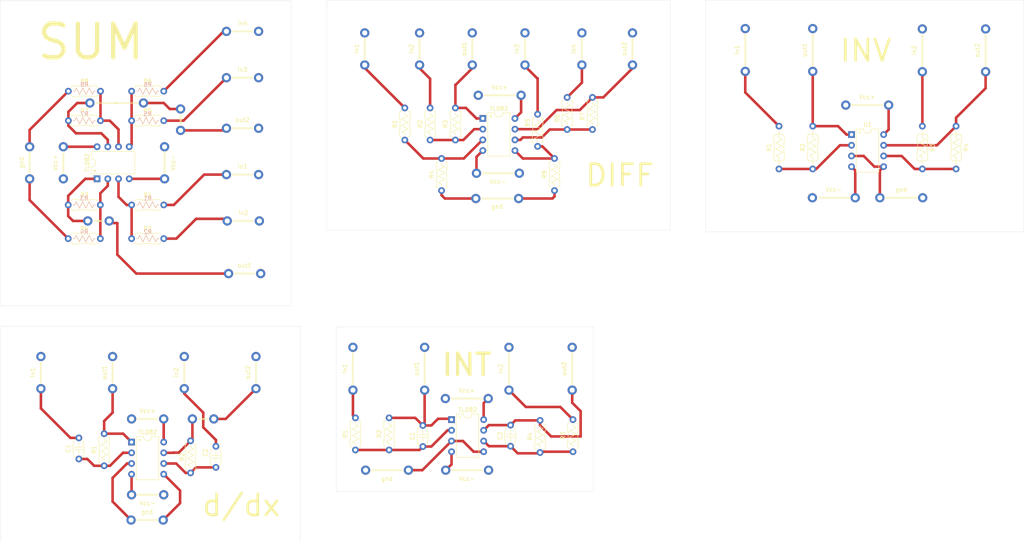
<source format=kicad_pcb>
(kicad_pcb (version 20241229) (generator "pcbnew") (generator_version "9.0")
  (layers (0 "F.Cu" signal) (2 "B.Cu" signal) (13 "F.Paste" user) (15 "B.Paste" user) (5 "F.SilkS" user "F.Silkscreen") (7 "B.SilkS" user "B.Silkscreen") (1 "F.Mask" user) (3 "B.Mask" user) (25 "Edge.Cuts" user))
  (net 0 "")
  (footprint "PCM_Resistor_THT_US_AKL:R_Axial_DIN0207_L6.3mm_D2.5mm_P7.62mm_Horizontal" (layer "F.Cu") (at 147.26 124.47 90)
    (property "Reference" "R4")
    (property "Value" "R_Axial_DIN0207_L6.3mm_D2.5mm_P7.62mm_Horizontal" (hide yes))
  )
  (footprint "PCM_Resistor_THT_US_AKL_Double:R_Axial_DIN0207_L6.3mm_D2.5mm_P7.62mm_Horizontal" (layer "F.Cu") (at 35.350494 65.7)
    (property "Reference" "R3")
    (property "Value" "R_Axial_DIN0207_L6.3mm_D2.5mm_P7.62mm_Horizontal" (hide yes))
  )
  (footprint "PCM_Jumper_AKL:Jumper_P10.16mm_D1.2mm" (layer "F.Cu") (at 124.8 111.66)
    (property "Reference" "Vcc+")
    (property "Value" "Jumper_P10.16mm_D1.2mm" (hide yes))
  )
  (footprint "PCM_Jumper_AKL:Jumper_P7.62mm_D1.2mm" (layer "F.Cu") (at 131.178443 32.484753 90)
    (property "Reference" "out1")
    (property "Value" "Jumper_P7.62mm_D1.2mm" (hide yes))
  )
  (footprint "PCM_Jumper_AKL:Jumper_P7.62mm_D1.2mm" (layer "F.Cu") (at 72.88 35.5)
    (property "Reference" "in3")
    (property "Value" "Jumper_P7.62mm_D1.2mm" (hide yes))
  )
  (footprint "PCM_Jumper_AKL:Jumper_P10.16mm_D1.2mm" (layer "F.Cu") (at 102.88 109.66 90)
    (property "Reference" "in1")
    (property "Value" "Jumper_P10.16mm_D1.2mm" (hide yes))
  )
  (footprint "PCM_Package_DIP_AKL:DIP-8_W7.62mm" (layer "F.Cu") (at 133.678443 45.174753)
    (property "Reference" "TL082")
    (property "Value" "DIP-8_W7.62mm" (hide yes))
  )
  (footprint "PCM_Jumper_AKL:Jumper_P7.62mm_D1.2mm" (layer "F.Cu") (at 118.678443 32.484753 90)
    (property "Reference" "in2")
    (property "Value" "Jumper_P7.62mm_D1.2mm" (hide yes))
  )
  (footprint "PCM_Capacitor_THT_US_AKL:C_Disc_D5.0mm_W2.5mm_P5.00mm" (layer "F.Cu") (at 37.88 126 90)
    (property "Reference" "C1")
    (property "Value" "C_Disc_D5.0mm_W2.5mm_P5.00mm" (hide yes))
  )
  (footprint "PCM_Jumper_AKL:Jumper_P10.16mm_D1.2mm" (layer "F.Cu") (at 132.598443 39.674753)
    (property "Reference" "Vcc+")
    (property "Value" "Jumper_P10.16mm_D1.2mm" (hide yes))
  )
  (footprint "PCM_Jumper_AKL:Jumper_P10.16mm_D1.2mm" (layer "F.Cu") (at 142.178443 64.174753 180)
    (property "Reference" "gnd")
    (property "Value" "Jumper_P10.16mm_D1.2mm" (hide yes))
  )
  (footprint "PCM_Resistor_THT_US_AKL:R_Axial_DIN0207_L6.3mm_D2.5mm_P7.62mm_Horizontal" (layer "F.Cu") (at 146.678443 51.794753 90)
    (property "Reference" "R5")
    (property "Value" "R_Axial_DIN0207_L6.3mm_D2.5mm_P7.62mm_Horizontal" (hide yes))
  )
  (footprint "PCM_Jumper_AKL:Jumper_P7.62mm_D1.2mm" (layer "F.Cu") (at 62.88 109.31 90)
    (property "Reference" "in2")
    (property "Value" "Jumper_P7.62mm_D1.2mm" (hide yes))
  )
  (footprint "PCM_Jumper_AKL:Jumper_P10.16mm_D1.2mm" (layer "F.Cu") (at 105.88 128.66)
    (property "Reference" "gnd")
    (property "Value" "Jumper_P10.16mm_D1.2mm" (hide yes))
  )
  (footprint "PCM_Jumper_AKL:Jumper_P7.62mm_D1.2mm" (layer "F.Cu") (at 50.38 116.5)
    (property "Reference" "Vcc+")
    (property "Value" "Jumper_P7.62mm_D1.2mm" (hide yes))
  )
  (footprint "PCM_Package_DIP_AKL:DIP-8_W7.62mm" (layer "F.Cu") (at 42.2 59.5 90)
    (property "Reference" "TL082")
    (property "Value" "DIP-8_W7.62mm" (hide yes))
  )
  (footprint "PCM_Jumper_AKL:Jumper_P7.62mm_D1.2mm" (layer "F.Cu") (at 80.5 47.5 180)
    (property "Reference" "out2")
    (property "Value" "Jumper_P7.62mm_D1.2mm" (hide yes))
  )
  (footprint "PCM_Jumper_AKL:Jumper_P7.62mm_D1.2mm" (layer "F.Cu") (at 79.88 109.31 90)
    (property "Reference" "out2")
    (property "Value" "Jumper_P7.62mm_D1.2mm" (hide yes))
  )
  (footprint "PCM_Package_DIP_AKL:DIP-8_W7.62mm" (layer "F.Cu") (at 126.26 116.66)
    (property "Reference" "TL082")
    (property "Value" "DIP-8_W7.62mm" (hide yes))
  )
  (footprint "PCM_Resistor_THT_US_AKL:R_Axial_DIN0207_L6.3mm_D2.5mm_P7.62mm_Horizontal" (layer "F.Cu") (at 123.896623 62.294753 90)
    (property "Reference" "R4")
    (property "Value" "R_Axial_DIN0207_L6.3mm_D2.5mm_P7.62mm_Horizontal" (hide yes))
  )
  (footprint "PCM_Package_DIP_AKL:DIP-8_W7.62mm" (layer "F.Cu") (at 50.38 122)
    (property "Reference" "TL082")
    (property "Value" "TL082" (hide yes))
  )
  (footprint "PCM_Jumper_AKL:Jumper_P10.16mm_D1.2mm" (layer "F.Cu") (at 124.88 128.66)
    (property "Reference" "Vcc-")
    (property "Value" "Jumper_P10.16mm_D1.2mm" (hide yes))
  )
  (footprint "PCM_Jumper_AKL:Jumper_P10.16mm_D1.2mm" (layer "F.Cu") (at 132.178443 58.174753)
    (property "Reference" "Vcc-")
    (property "Value" "Jumper_P10.16mm_D1.2mm" (hide yes))
  )
  (footprint "PCM_Jumper_AKL:Jumper_P7.62mm_D1.2mm" (layer "F.Cu") (at 73.38 82)
    (property "Reference" "out1")
    (property "Value" "Jumper_P7.62mm_D1.2mm" (hide yes))
  )
  (footprint "PCM_Jumper_AKL:Jumper_P10.16mm_D1.2mm" (layer "F.Cu") (at 195.92 34 90)
    (property "Reference" "in1")
    (property "Value" "Jumper_P10.16mm_D1.2mm" (hide yes))
  )
  (footprint "PCM_Jumper_AKL:Jumper_P5.08mm_D1.2mm" (layer "F.Cu") (at 69.886 116.5 180)
    (property "Reference" "-")
    (property "Value" "Jumper_P5.08mm_D1.2mm" (hide yes))
  )
  (footprint "PCM_Jumper_AKL:Jumper_P7.62mm_D1.2mm" (layer "F.Cu") (at 50.26 140.5)
    (property "Reference" "gnd")
    (property "Value" "Jumper_P7.62mm_D1.2mm" (hide yes))
  )
  (footprint "PCM_Resistor_THT_US_AKL:R_Axial_DIN0207_L6.3mm_D2.5mm_P7.62mm_Horizontal" (layer "F.Cu") (at 115.178443 50.294753 90)
    (property "Reference" "R1")
    (property "Value" "R_Axial_DIN0207_L6.3mm_D2.5mm_P7.62mm_Horizontal" (hide yes))
  )
  (footprint "PCM_Resistor_THT_US_AKL:R_Axial_DIN0207_L6.3mm_D2.5mm_P7.62mm_Horizontal" (layer "F.Cu") (at 111.465 123.865 90)
    (property "Reference" "R2")
    (property "Value" "R_Axial_DIN0207_L6.3mm_D2.5mm_P7.62mm_Horizontal" (hide yes))
  )
  (footprint "PCM_Jumper_AKL:Jumper_P10.16mm_D1.2mm" (layer "F.Cu") (at 252.92 34.08 90)
    (property "Reference" "out2")
    (property "Value" "Jumper_P10.16mm_D1.2mm" (hide yes))
  )
  (footprint "PCM_Resistor_THT_US_AKL_Double:R_Axial_DIN0207_L6.3mm_D2.5mm_P7.62mm_Horizontal" (layer "F.Cu") (at 50.39 65.7)
    (property "Reference" "R1")
    (property "Value" "R_Axial_DIN0207_L6.3mm_D2.5mm_P7.62mm_Horizontal" (hide yes))
  )
  (footprint "PCM_Capacitor_THT_US_AKL:C_Disc_D5.0mm_W2.5mm_P5.00mm" (layer "F.Cu") (at 70.38 128 90)
    (property "Reference" "C2")
    (property "Value" "C_Disc_D5.0mm_W2.5mm_P5.00mm" (hide yes))
  )
  (footprint "PCM_Jumper_AKL:Jumper_P7.62mm_D1.2mm" (layer "F.Cu") (at 72.88 24.5)
    (property "Reference" "in4")
    (property "Value" "Jumper_P7.62mm_D1.2mm" (hide yes))
  )
  (footprint "PCM_Resistor_THT_US_AKL:R_Axial_DIN0207_L6.3mm_D2.5mm_P10.16mm_Horizontal" (layer "F.Cu") (at 237.92 47 -90)
    (property "Reference" "R3")
    (property "Value" "R_Axial_DIN0207_L6.3mm_D2.5mm_P10.16mm_Horizontal" (hide yes))
  )
  (footprint "PCM_Jumper_AKL:Jumper_P10.16mm_D1.2mm" (layer "F.Cu") (at 154.88 109.66 90)
    (property "Reference" "out2")
    (property "Value" "Jumper_P10.16mm_D1.2mm" (hide yes))
  )
  (footprint "PCM_Jumper_AKL:Jumper_P7.62mm_D1.2mm" (layer "F.Cu") (at 72.88 58.5)
    (property "Reference" "in1")
    (property "Value" "Jumper_P7.62mm_D1.2mm" (hide yes))
  )
  (footprint "PCM_Resistor_THT_US_AKL_Double:R_Axial_DIN0207_L6.3mm_D2.5mm_P7.62mm_Horizontal" (layer "F.Cu") (at 35.350494 73.7)
    (property "Reference" "R4")
    (property "Value" "R_Axial_DIN0207_L6.3mm_D2.5mm_P7.62mm_Horizontal" (hide yes))
  )
  (footprint "PCM_Resistor_THT_US_AKL_Double:R_Axial_DIN0207_L6.3mm_D2.5mm_P7.62mm_Horizontal" (layer "F.Cu") (at 50.39 45.7)
    (property "Reference" "R5")
    (property "Value" "R_Axial_DIN0207_L6.3mm_D2.5mm_P7.62mm_Horizontal" (hide yes))
  )
  (footprint "PCM_Jumper_AKL:Jumper_P10.16mm_D1.2mm" (layer "F.Cu") (at 211.92 34 90)
    (property "Reference" "out1")
    (property "Value" "Jumper_P10.16mm_D1.2mm" (hide yes))
  )
  (footprint "PCM_Jumper_AKL:Jumper_P10.16mm_D1.2mm" (layer "F.Cu") (at 119.88 109.66 90)
    (property "Reference" "out1")
    (property "Value" "Jumper_P10.16mm_D1.2mm" (hide yes))
  )
  (footprint "PCM_Resistor_THT_US_AKL:R_Axial_DIN0207_L6.3mm_D2.5mm_P7.62mm_Horizontal" (layer "F.Cu") (at 150.678443 62.294753 90)
    (property "Reference" "R8")
    (property "Value" "R_Axial_DIN0207_L6.3mm_D2.5mm_P7.62mm_Horizontal" (hide yes))
  )
  (footprint "PCM_Jumper_AKL:Jumper_P10.16mm_D1.2mm" (layer "F.Cu") (at 219.76 42)
    (property "Reference" "Vcc+")
    (property "Value" "Jumper_P10.16mm_D1.2mm" (hide yes))
  )
  (footprint "PCM_Jumper_AKL:Jumper_P7.62mm_D1.2mm" (layer "F.Cu") (at 58.2 59.51 90)
    (property "Reference" "Vcc-")
    (property "Value" "Jumper_P7.62mm_D1.2mm" (hide yes))
  )
  (footprint "PCM_Capacitor_THT_US_AKL:C_Disc_D5.0mm_W2.5mm_P5.00mm" (layer "F.Cu") (at 119.465 123.055 90)
    (property "Reference" "C1")
    (property "Value" "C_Disc_D5.0mm_W2.5mm_P5.00mm" (hide yes))
  )
  (footprint "PCM_Jumper_AKL:Jumper_P7.62mm_D1.2mm" (layer "F.Cu") (at 26.2 59.51 90)
    (property "Reference" "gnd")
    (property "Value" "Jumper_P7.62mm_D1.2mm" (hide yes))
  )
  (footprint "PCM_Resistor_THT_US_AKL_Double:R_Axial_DIN0207_L6.3mm_D2.5mm_P7.62mm_Horizontal" (layer "F.Cu") (at 50.39 38.7)
    (property "Reference" "R6")
    (property "Value" "R_Axial_DIN0207_L6.3mm_D2.5mm_P7.62mm_Horizontal" (hide yes))
  )
  (footprint "PCM_Jumper_AKL:Jumper_P7.62mm_D1.2mm" (layer "F.Cu") (at 45.88 109.31 90)
    (property "Reference" "out1")
    (property "Value" "Jumper_P7.62mm_D1.2mm" (hide yes))
  )
  (footprint "PCM_Resistor_THT_US_AKL_Double:R_Axial_DIN0207_L6.3mm_D2.5mm_P7.62mm_Horizontal" (layer "F.Cu") (at 35.39 38.7)
    (property "Reference" "R8")
    (property "Value" "R_Axial_DIN0207_L6.3mm_D2.5mm_P7.62mm_Horizontal" (hide yes))
  )
  (footprint "PCM_Resistor_THT_US_AKL:R_Axial_DIN0207_L6.3mm_D2.5mm_P7.62mm_Horizontal" (layer "F.Cu") (at 103.465 123.865 90)
    (property "Reference" "R1")
    (property "Value" "R_Axial_DIN0207_L6.3mm_D2.5mm_P7.62mm_Horizontal" (hide yes))
  )
  (footprint "PCM_Jumper_AKL:Jumper_P7.62mm_D1.2mm" (layer "F.Cu") (at 73.07 69.5)
    (property "Reference" "in2")
    (property "Value" "Jumper_P7.62mm_D1.2mm" (hide yes))
  )
  (footprint "PCM_Resistor_THT_US_AKL_Double:R_Axial_DIN0207_L6.3mm_D2.5mm_P7.62mm_Horizontal" (layer "F.Cu") (at 50.39 73.7)
    (property "Reference" "R2")
    (property "Value" "R_Axial_DIN0207_L6.3mm_D2.5mm_P7.62mm_Horizontal" (hide yes))
  )
  (footprint "PCM_Jumper_AKL:Jumper_P7.62mm_D1.2mm" (layer "F.Cu") (at 105.678443 32.484753 90)
    (property "Reference" "in1")
    (property "Value" "Jumper_P7.62mm_D1.2mm" (hide yes))
  )
  (footprint "PCM_Resistor_THT_US_AKL:R_Axial_DIN0207_L6.3mm_D2.5mm_P7.62mm_Horizontal" (layer "F.Cu") (at 127.178443 50.294753 90)
    (property "Reference" "R3")
    (property "Value" "R_Axial_DIN0207_L6.3mm_D2.5mm_P7.62mm_Horizontal" (hide yes))
  )
  (footprint "PCM_Jumper_AKL:Jumper_P12.70mm_D1.2mm" (layer "F.Cu") (at 40.5 41.5)
    (property "Reference" "-")
    (property "Value" "Jumper_P12.70mm_D1.2mm" (hide yes))
  )
  (footprint "PCM_Resistor_THT_US_AKL:R_Axial_DIN0207_L6.3mm_D2.5mm_P7.62mm_Horizontal" (layer "F.Cu") (at 64.38 121.69 -90)
    (property "Reference" "R2")
    (property "Value" "R_Axial_DIN0207_L6.3mm_D2.5mm_P7.62mm_Horizontal" (hide yes))
  )
  (footprint "PCM_Jumper_AKL:Jumper_P7.62mm_D1.2mm" (layer "F.Cu") (at 34.2 59.51 90)
    (property "Reference" "Vcc+")
    (property "Value" "Jumper_P7.62mm_D1.2mm" (hide yes))
  )
  (footprint "PCM_Resistor_THT_US_AKL:R_Axial_DIN0207_L6.3mm_D2.5mm_P10.16mm_Horizontal" (layer "F.Cu") (at 203.92 57.16 90)
    (property "Reference" "R1")
    (property "Value" "R_Axial_DIN0207_L6.3mm_D2.5mm_P10.16mm_Horizontal" (hide yes))
  )
  (footprint "PCM_Jumper_AKL:Jumper_P10.16mm_D1.2mm" (layer "F.Cu") (at 211.84 64)
    (property "Reference" "Vcc-")
    (property "Value" "Jumper_P10.16mm_D1.2mm" (hide yes))
  )
  (footprint "PCM_Resistor_THT_US_AKL:R_Axial_DIN0207_L6.3mm_D2.5mm_P10.16mm_Horizontal" (layer "F.Cu") (at 211.92 57.16 90)
    (property "Reference" "R2")
    (property "Value" "R_Axial_DIN0207_L6.3mm_D2.5mm_P10.16mm_Horizontal" (hide yes))
  )
  (footprint "PCM_Resistor_THT_US_AKL:R_Axial_DIN0207_L6.3mm_D2.5mm_P7.62mm_Horizontal" (layer "F.Cu") (at 155.06 124.28 90)
    (property "Reference" "R3")
    (property "Value" "R_Axial_DIN0207_L6.3mm_D2.5mm_P7.62mm_Horizontal" (hide yes))
  )
  (footprint "PCM_Jumper_AKL:Jumper_P5.08mm_D1.2mm" (layer "F.Cu") (at 39.994 69.5)
    (property "Reference" "-")
    (property "Value" "Jumper_P5.08mm_D1.2mm" (hide yes))
  )
  (footprint "PCM_Resistor_THT_US_AKL:R_Axial_DIN0207_L6.3mm_D2.5mm_P10.16mm_Horizontal" (layer "F.Cu") (at 245.92 47 -90)
    (property "Reference" "R4")
    (property "Value" "R_Axial_DIN0207_L6.3mm_D2.5mm_P10.16mm_Horizontal" (hide yes))
  )
  (footprint "PCM_Jumper_AKL:Jumper_P7.62mm_D1.2mm" (layer "F.Cu") (at 143.678443 32.484753 90)
    (property "Reference" "in3")
    (property "Value" "Jumper_P7.62mm_D1.2mm" (hide yes))
  )
  (footprint "PCM_Capacitor_THT_US_AKL:C_Disc_D5.0mm_W2.5mm_P5.00mm" (layer "F.Cu") (at 140.26 122.97 90)
    (property "Reference" "C2")
    (property "Value" "C_Disc_D5.0mm_W2.5mm_P5.00mm" (hide yes))
  )
  (footprint "PCM_Jumper_AKL:Jumper_P10.16mm_D1.2mm" (layer "F.Cu") (at 237.92 34.08 90)
    (property "Reference" "in2")
    (property "Value" "Jumper_P10.16mm_D1.2mm" (hide yes))
  )
  (footprint "PCM_Resistor_THT_US_AKL:R_Axial_DIN0207_L6.3mm_D2.5mm_P7.62mm_Horizontal" (layer "F.Cu") (at 43.88 127.62 90)
    (property "Reference" "R1")
    (property "Value" "R_Axial_DIN0207_L6.3mm_D2.5mm_P7.62mm_Horizontal" (hide yes))
  )
  (footprint "PCM_Resistor_THT_US_AKL:R_Axial_DIN0207_L6.3mm_D2.5mm_P7.62mm_Horizontal" (layer "F.Cu") (at 153.678443 47.794753 90)
    (property "Reference" "R6")
    (property "Value" "R_Axial_DIN0207_L6.3mm_D2.5mm_P7.62mm_Horizontal" (hide yes))
  )
  (footprint "PCM_Resistor_THT_US_AKL:R_Axial_DIN0207_L6.3mm_D2.5mm_P7.62mm_Horizontal" (layer "F.Cu") (at 121.178443 50.294753 90)
    (property "Reference" "R2")
    (property "Value" "R_Axial_DIN0207_L6.3mm_D2.5mm_P7.62mm_Horizontal" (hide yes))
  )
  (footprint "PCM_Resistor_THT_US_AKL_Double:R_Axial_DIN0207_L6.3mm_D2.5mm_P7.62mm_Horizontal" (layer "F.Cu") (at 35.39 45.7)
    (property "Reference" "R7")
    (property "Value" "R_Axial_DIN0207_L6.3mm_D2.5mm_P7.62mm_Horizontal" (hide yes))
  )
  (footprint "PCM_Jumper_AKL:Jumper_P10.16mm_D1.2mm" (layer "F.Cu") (at 227.84 64)
    (property "Reference" "gnd")
    (property "Value" "Jumper_P10.16mm_D1.2mm" (hide yes))
  )
  (footprint "PCM_Resistor_THT_US_AKL:R_Axial_DIN0207_L6.3mm_D2.5mm_P7.62mm_Horizontal" (layer "F.Cu") (at 159.678443 47.794753 90)
    (property "Reference" "R7")
    (property "Value" "R_Axial_DIN0207_L6.3mm_D2.5mm_P7.62mm_Horizontal" (hide yes))
  )
  (footprint "PCM_Jumper_AKL:Jumper_P10.16mm_D1.2mm" (layer "F.Cu") (at 139.88 109.66 90)
    (property "Reference" "in2")
    (property "Value" "Jumper_P10.16mm_D1.2mm" (hide yes))
  )
  (footprint "PCM_Jumper_AKL:Jumper_P7.62mm_D1.2mm" (layer "F.Cu") (at 50.38 134.5)
    (property "Reference" "Vcc-")
    (property "Value" "Jumper_P7.62mm_D1.2mm" (hide yes))
  )
  (footprint "PCM_Jumper_AKL:Jumper_P7.62mm_D1.2mm" (layer "F.Cu") (at 157.178443 32.484753 90)
    (property "Reference" "in4")
    (property "Value" "Jumper_P7.62mm_D1.2mm" (hide yes))
  )
  (footprint "PCM_Package_DIP_AKL:DIP-8_W7.62mm" (layer "F.Cu") (at 221.12 49)
    (property "Reference" "U1")
    (property "Value" "TL082" (hide yes))
  )
  (footprint "PCM_Jumper_AKL:Jumper_P5.08mm_D1.2mm" (layer "F.Cu") (at 62 48.006 90)
    (property "Reference" "-")
    (property "Value" "Jumper_P5.08mm_D1.2mm" (hide yes))
  )
  (footprint "PCM_Jumper_AKL:Jumper_P7.62mm_D1.2mm" (layer "F.Cu") (at 169.178443 32.484753 90)
    (property "Reference" "out2")
    (property "Value" "Jumper_P7.62mm_D1.2mm" (hide yes))
  )
  (footprint "PCM_Jumper_AKL:Jumper_P7.62mm_D1.2mm" (layer "F.Cu") (at 28.88 109.31 90)
    (property "Reference" "in1")
    (property "Value" "Jumper_P7.62mm_D1.2mm" (hide yes))
  )
  (gr_rect (start 186.5 17.08) (end 262 72.08) (stroke (width 0.05)) (fill no) (layer "Edge.Cuts"))
  (gr_rect (start 19.2 17.2) (end 88.2 89.7) (stroke (width 0.05)) (fill no) (layer "Edge.Cuts"))
  (gr_rect (start 98.88 94.66) (end 159.88 133.66) (stroke (width 0.05)) (fill no) (layer "Edge.Cuts"))
  (gr_rect (start 19.38 94.5) (end 90.38 145.5) (stroke (width 0.05)) (fill no) (layer "Edge.Cuts"))
  (gr_rect (start 96.678443 17.174753) (end 178.178443 71.674753) (stroke (width 0.05)) (fill no) (layer "Edge.Cuts"))
  (gr_text "INT" (at 129.88 103.66 0) (layer "F.SilkS") (effects (font (size 5.08 5.08) (thickness 0.79375))))
  (gr_text "INV" (at 224.5 29.08 0) (layer "F.SilkS") (effects (font (size 5.08 5.08) (thickness 0.635))))
  (gr_text "d/dx" (at 76.38 137 0) (layer "F.SilkS") (effects (font (size 5 5) (thickness 0.625))))
  (gr_text "SUM" (at 40.69 27 0) (layer "F.SilkS") (effects (font (size 8 8) (thickness 1))))
  (gr_text "DIFF" (at 166.178443 58.674753 0) (layer "F.SilkS") (effects (font (size 5.08 5.08) (thickness 0.635))))
  (segment (start 64.806 116.5) (end 64.806 121.264) (width 0.6096) (layer "F.Cu") (net 0))
  (segment (start 133.638443 50.294753) (end 133.678443 50.254753) (width 0.6096) (layer "F.Cu") (net 0))
  (segment (start 146.678443 51.794753) (end 147.798443 51.794753) (width 0.6096) (layer "F.Cu") (net 0))
  (segment (start 151.178443 43.174753) (end 156.678443 43.174753) (width 0.6096) (layer "F.Cu") (net 0))
  (segment (start 39.994 69.5) (end 36.5 69.5) (width 0.6096) (layer "F.Cu") (net 0))
  (segment (start 228.74 54.08) (end 233 54.08) (width 0.6096) (layer "F.Cu") (net 0))
  (segment (start 35.350494 65.7) (end 35.350494 68.350494) (width 0.6096) (layer "F.Cu") (net 0))
  (segment (start 50.39 65.7) (end 49.2 65.7) (width 0.6096) (layer "F.Cu") (net 0))
  (segment (start 217.92 47) (end 219.92 49) (width 0.6096) (layer "F.Cu") (net 0))
  (segment (start 124.678443 64.174753) (end 132.018443 64.174753) (width 0.6096) (layer "F.Cu") (net 0))
  (segment (start 133.598443 50.254753) (end 129.178443 54.674753) (width 0.6096) (layer "F.Cu") (net 0))
  (segment (start 126.26 127.28) (end 124.88 128.66) (width 0.6096) (layer "F.Cu") (net 0))
  (segment (start 228.74 56.62) (end 226.54 56.62) (width 0.6096) (layer "F.Cu") (net 0))
  (segment (start 67.38 118.5) (end 67.38 115) (width 0.6096) (layer "F.Cu") (net 0))
  (segment (start 245.92 45) (end 252.92 38) (width 0.6096) (layer "F.Cu") (net 0))
  (segment (start 26.2 51.89) (end 26.2 47.89) (width 0.6096) (layer "F.Cu") (net 0))
  (segment (start 117.655 116.245) (end 119.465 118.055) (width 0.6096) (layer "F.Cu") (net 0))
  (segment (start 67.59 58.5) (end 72.88 58.5) (width 0.6096) (layer "F.Cu") (net 0))
  (segment (start 43.88 120) (end 48.38 120) (width 0.6096) (layer "F.Cu") (net 0))
  (segment (start 228.74 49) (end 229.92 47.82) (width 0.6096) (layer "F.Cu") (net 0))
  (segment (start 222 57.5) (end 221.12 56.62) (width 0.6096) (layer "F.Cu") (net 0))
  (segment (start 39.88 126) (end 41.5 127.62) (width 0.6096) (layer "F.Cu") (net 0))
  (segment (start 119.34 128.66) (end 126.26 121.74) (width 0.6096) (layer "F.Cu") (net 0))
  (segment (start 43.88 120) (end 43.88 117) (width 0.6096) (layer "F.Cu") (net 0))
  (segment (start 44.74 51.88) (end 44.74 50.24) (width 0.6096) (layer "F.Cu") (net 0))
  (segment (start 127.258443 37.174753) (end 131.178443 33.254753) (width 0.6096) (layer "F.Cu") (net 0))
  (segment (start 123.896623 62.294753) (end 123.896623 63.392933) (width 0.6096) (layer "F.Cu") (net 0))
  (segment (start 150.678443 63.674753) (end 150.178443 64.174753) (width 0.6096) (layer "F.Cu") (net 0))
  (segment (start 211.92 47) (end 211.92 34) (width 0.6096) (layer "F.Cu") (net 0))
  (segment (start 212.76 57.16) (end 211.92 57.16) (width 0.6096) (layer "F.Cu") (net 0))
  (segment (start 47 70) (end 47 77.5) (width 0.6096) (layer "F.Cu") (net 0))
  (segment (start 159.678443 40.174753) (end 162.258443 40.174753) (width 0.6096) (layer "F.Cu") (net 0))
  (segment (start 221.12 51.54) (end 218.38 51.54) (width 0.6096) (layer "F.Cu") (net 0))
  (segment (start 42.19 51.89) (end 42.2 51.88) (width 0.6096) (layer "F.Cu") (net 0))
  (segment (start 147.07 124.66) (end 147.26 124.47) (width 0.6096) (layer "F.Cu") (net 0))
  (segment (start 127.178443 42.674753) (end 127.178443 37.174753) (width 0.6096) (layer "F.Cu") (net 0))
  (segment (start 153.678443 40.174753) (end 157.178443 36.674753) (width 0.6096) (layer "F.Cu") (net 0))
  (segment (start 49.2 65.7) (end 47.28 63.78) (width 0.6096) (layer "F.Cu") (net 0))
  (segment (start 45.88 130.5) (end 45.88 136.12) (width 0.6096) (layer "F.Cu") (net 0))
  (segment (start 41.5 127.62) (end 43.88 127.62) (width 0.6096) (layer "F.Cu") (net 0))
  (segment (start 135.11 117.97) (end 133.88 119.2) (width 0.6096) (layer "F.Cu") (net 0))
  (segment (start 60.99 73.7) (end 65.69 69) (width 0.6096) (layer "F.Cu") (net 0))
  (segment (start 140.26 117.97) (end 135.11 117.97) (width 0.6096) (layer "F.Cu") (net 0))
  (segment (start 72.374 48.006) (end 72.88 47.5) (width 0.6096) (layer "F.Cu") (net 0))
  (segment (start 203.92 57.16) (end 211.92 57.16) (width 0.6096) (layer "F.Cu") (net 0))
  (segment (start 60.38 124.5) (end 60.34 124.54) (width 0.6096) (layer "F.Cu") (net 0))
  (segment (start 58.01 73.7) (end 60.99 73.7) (width 0.6096) (layer "F.Cu") (net 0))
  (segment (start 50.34 124.5) (end 50.38 124.54) (width 0.6096) (layer "F.Cu") (net 0))
  (segment (start 132.178443 54.294753) (end 133.678443 52.794753) (width 0.6096) (layer "F.Cu") (net 0))
  (segment (start 111.465 123.865) (end 118.655 123.865) (width 0.6096) (layer "F.Cu") (net 0))
  (segment (start 60.96 127.08) (end 58 127.08) (width 0.6096) (layer "F.Cu") (net 0))
  (segment (start 70.38 128) (end 65.69 128) (width 0.6096) (layer "F.Cu") (net 0))
  (segment (start 146.598443 35.674753) (end 144.178443 33.254753) (width 0.6096) (layer "F.Cu") (net 0))
  (segment (start 50.39 38.7) (end 50.39 45.7) (width 0.6096) (layer "F.Cu") (net 0))
  (segment (start 43.2 48.7) (end 37.2 48.7) (width 0.6096) (layer "F.Cu") (net 0))
  (segment (start 227.84 64) (end 227.84 57.52) (width 0.6096) (layer "F.Cu") (net 0))
  (segment (start 26.2 47.89) (end 35.39 38.7) (width 0.6096) (layer "F.Cu") (net 0))
  (segment (start 61.88 136.5) (end 57.88 140.5) (width 0.6096) (layer "F.Cu") (net 0))
  (segment (start 203.92 47) (end 195.92 39) (width 0.6096) (layer "F.Cu") (net 0))
  (segment (start 133.678443 50.254753) (end 133.598443 50.254753) (width 0.6096) (layer "F.Cu") (net 0))
  (segment (start 221.12 49) (end 219.92 49) (width 0.6096) (layer "F.Cu") (net 0))
  (segment (start 237.92 47) (end 237.92 34.08) (width 0.6096) (layer "F.Cu") (net 0))
  (segment (start 149.88 120.66) (end 147.26 118.04) (width 0.6096) (layer "F.Cu") (net 0))
  (segment (start 118.655 123.865) (end 119.465 123.055) (width 0.6096) (layer "F.Cu") (net 0))
  (segment (start 146.678443 44.174753) (end 146.678443 35.674753) (width 0.6096) (layer "F.Cu") (net 0))
  (segment (start 45.88 115) (end 45.88 109.31) (width 0.6096) (layer "F.Cu") (net 0))
  (segment (start 64.38 121.69) (end 61.57 124.5) (width 0.6096) (layer "F.Cu") (net 0))
  (segment (start 119.465 118.055) (end 121.465 118.055) (width 0.6096) (layer "F.Cu") (net 0))
  (segment (start 58 122) (end 58 116.5) (width 0.6096) (layer "F.Cu") (net 0))
  (segment (start 64.38 129.31) (end 63.19 129.31) (width 0.6096) (layer "F.Cu") (net 0))
  (segment (start 121.465 123.055) (end 125.32 119.2) (width 0.6096) (layer "F.Cu") (net 0))
  (segment (start 150.178443 64.174753) (end 142.178443 64.174753) (width 0.6096) (layer "F.Cu") (net 0))
  (segment (start 45.26 127.62) (end 48.38 124.5) (width 0.6096) (layer "F.Cu") (net 0))
  (segment (start 149.558443 47.794753) (end 147.678443 49.674753) (width 0.6096) (layer "F.Cu") (net 0))
  (segment (start 62 48.006) (end 72.374 48.006) (width 0.6096) (layer "F.Cu") (net 0))
  (segment (start 121.178443 35.754753) (end 118.678443 33.254753) (width 0.6096) (layer "F.Cu") (net 0))
  (segment (start 143.88 113.66) (end 152.06 113.66) (width 0.6096) (layer "F.Cu") (net 0))
  (segment (start 154.88 112.66) (end 156.88 114.66) (width 0.6096) (layer "F.Cu") (net 0))
  (segment (start 129.678443 42.674753) (end 127.178443 42.674753) (width 0.6096) (layer "F.Cu") (net 0))
  (segment (start 67.38 115) (end 62.88 110.5) (width 0.6096) (layer "F.Cu") (net 0))
  (segment (start 133.678443 45.174753) (end 132.178443 45.174753) (width 0.6096) (layer "F.Cu") (net 0))
  (segment (start 224 54.08) (end 221.12 54.08) (width 0.6096) (layer "F.Cu") (net 0))
  (segment (start 105.758443 33.254753) (end 105.678443 33.254753) (width 0.6096) (layer "F.Cu") (net 0))
  (segment (start 128.96 121.74) (end 126.26 121.74) (width 0.6096) (layer "F.Cu") (net 0))
  (segment (start 40.5 41.5) (end 37.5 41.5) (width 0.6096) (layer "F.Cu") (net 0))
  (segment (start 119.88 117.64) (end 119.465 118.055) (width 0.6096) (layer "F.Cu") (net 0))
  (segment (start 47 77.5) (end 51.5 82) (width 0.6096) (layer "F.Cu") (net 0))
  (segment (start 45.2 45.7) (end 47.28 47.78) (width 0.6096) (layer "F.Cu") (net 0))
  (segment (start 26.2 59.51) (end 26.2 64.549506) (width 0.6096) (layer "F.Cu") (net 0))
  (segment (start 252.92 38) (end 252.92 34.08) (width 0.6096) (layer "F.Cu") (net 0))
  (segment (start 28.88 114) (end 28.88 109.31) (width 0.6096) (layer "F.Cu") (net 0))
  (segment (start 147.798443 51.794753) (end 150.678443 54.674753) (width 0.6096) (layer "F.Cu") (net 0))
  (segment (start 147.26 118.04) (end 147.26 116.85) (width 0.6096) (layer "F.Cu") (net 0))
  (segment (start 127.178443 50.294753) (end 129.058443 50.294753) (width 0.6096) (layer "F.Cu") (net 0))
  (segment (start 195.92 39) (end 195.92 34) (width 0.6096) (layer "F.Cu") (net 0))
  (segment (start 65.69 128) (end 64.38 129.31) (width 0.6096) (layer "F.Cu") (net 0))
  (segment (start 58.19 59.5) (end 58.2 59.51) (width 0.6096) (layer "F.Cu") (net 0))
  (segment (start 150.678443 54.674753) (end 143.178443 54.674753) (width 0.6096) (layer "F.Cu") (net 0))
  (segment (start 228.74 51.54) (end 241.38 51.54) (width 0.6096) (layer "F.Cu") (net 0))
  (segment (start 37.88 126) (end 39.88 126) (width 0.6096) (layer "F.Cu") (net 0))
  (segment (start 47.28 47.78) (end 47.28 51.88) (width 0.6096) (layer "F.Cu") (net 0))
  (segment (start 140.26 122.97) (end 141.95 124.66) (width 0.6096) (layer "F.Cu") (net 0))
  (segment (start 35.39 45.7) (end 35.39 43.61) (width 0.6096) (layer "F.Cu") (net 0))
  (segment (start 37.2 48.7) (end 35.39 46.89) (width 0.6096) (layer "F.Cu") (net 0))
  (segment (start 35.350494 63.549506) (end 35.350494 65.7) (width 0.6096) (layer "F.Cu") (net 0))
  (segment (start 62.88 110.5) (end 62.88 109.31) (width 0.6096) (layer "F.Cu") (net 0))
  (segment (start 156.678443 43.174753) (end 159.678443 40.174753) (width 0.6096) (layer "F.Cu") (net 0))
  (segment (start 50.38 134.5) (end 50.38 129.62) (width 0.6096) (layer "F.Cu") (net 0))
  (segment (start 102.88 115.66) (end 103.465 116.245) (width 0.6096) (layer "F.Cu") (net 0))
  (segment (start 115.178443 42.674753) (end 115.178443 42.174753) (width 0.6096) (layer "F.Cu") (net 0))
  (segment (start 115.178443 42.674753) (end 105.758443 33.254753) (width 0.6096) (layer "F.Cu") (net 0))
  (segment (start 62.68 45.7) (end 72.88 35.5) (width 0.6096) (layer "F.Cu") (net 0))
  (segment (start 79.88 109.31) (end 72.69 116.5) (width 0.6096) (layer "F.Cu") (net 0))
  (segment (start 42.970494 62.929506) (end 44.74 61.16) (width 0.6096) (layer "F.Cu") (net 0))
  (segment (start 50.38 127.08) (end 49.3 127.08) (width 0.6096) (layer "F.Cu") (net 0))
  (segment (start 131.638443 47.714753) (end 133.678443 47.714753) (width 0.6096) (layer "F.Cu") (net 0))
  (segment (start 111.465 116.245) (end 117.655 116.245) (width 0.6096) (layer "F.Cu") (net 0))
  (segment (start 157.178443 36.674753) (end 157.178443 33.254753) (width 0.6096) (layer "F.Cu") (net 0))
  (segment (start 37.88 121) (end 35.88 121) (width 0.6096) (layer "F.Cu") (net 0))
  (segment (start 59.426 42.926) (end 58 41.5) (width 0.6096) (layer "F.Cu") (net 0))
  (segment (start 51.5 82) (end 73.38 82) (width 0.6096) (layer "F.Cu") (net 0))
  (segment (start 48.38 124.5) (end 48.42 124.54) (width 0.6096) (layer "F.Cu") (net 0))
  (segment (start 126.06 116.46) (end 126.26 116.66) (width 0.6096) (layer "F.Cu") (net 0))
  (segment (start 125.32 119.2) (end 126.26 119.2) (width 0.6096) (layer "F.Cu") (net 0))
  (segment (start 142.598443 50.254753) (end 141.298443 50.254753) (width 0.6096) (layer "F.Cu") (net 0))
  (segment (start 236.08 57.16) (end 237.92 57.16) (width 0.6096) (layer "F.Cu") (net 0))
  (segment (start 115.178443 50.294753) (end 119.558443 54.674753) (width 0.6096) (layer "F.Cu") (net 0))
  (segment (start 64.806 121.264) (end 64.38 121.69) (width 0.6096) (layer "F.Cu") (net 0))
  (segment (start 43.01 45.7) (end 45.2 45.7) (width 0.6096) (layer "F.Cu") (net 0))
  (segment (start 45.88 136.12) (end 50.26 140.5) (width 0.6096) (layer "F.Cu") (net 0))
  (segment (start 44.74 50.24) (end 43.2 48.7) (width 0.6096) (layer "F.Cu") (net 0))
  (segment (start 133.88 124.28) (end 131.5 124.28) (width 0.6096) (layer "F.Cu") (net 0))
  (segment (start 147.45 124.28) (end 147.26 124.47) (width 0.6096) (layer "F.Cu") (net 0))
  (segment (start 127.178443 37.174753) (end 127.258443 37.174753) (width 0.6096) (layer "F.Cu") (net 0))
  (segment (start 133.88 112.74) (end 134.96 111.66) (width 0.6096) (layer "F.Cu") (net 0))
  (segment (start 42.970494 65.7) (end 42.970494 62.929506) (width 0.6096) (layer "F.Cu") (net 0))
  (segment (start 150.678443 62.294753) (end 150.678443 63.674753) (width 0.6096) (layer "F.Cu") (net 0))
  (segment (start 58 129.62) (end 61.88 133.5) (width 0.6096) (layer "F.Cu") (net 0))
  (segment (start 72.69 116.5) (end 69.886 116.5) (width 0.6096) (layer "F.Cu") (net 0))
  (segment (start 42.970494 73.7) (end 42.970494 65.7) (width 0.6096) (layer "F.Cu") (net 0))
  (segment (start 141.38 116.85) (end 140.26 117.97) (width 0.6096) (layer "F.Cu") (net 0))
  (segment (start 245.92 47) (end 245.92 45) (width 0.6096) (layer "F.Cu") (net 0))
  (segment (start 47 70) (end 45.574 70) (width 0.6096) (layer "F.Cu") (net 0))
  (segment (start 135.11 122.97) (end 133.88 121.74) (width 0.6096) (layer "F.Cu") (net 0))
  (segment (start 70.38 121.5) (end 70.38 123) (width 0.6096) (layer "F.Cu") (net 0))
  (segment (start 153.678443 47.794753) (end 149.558443 47.794753) (width 0.6096) (layer "F.Cu") (net 0))
  (segment (start 119.558443 54.674753) (end 123.896623 54.674753) (width 0.6096) (layer "F.Cu") (net 0))
  (segment (start 67.38 118.5) (end 70.38 121.5) (width 0.6096) (layer "F.Cu") (net 0))
  (segment (start 103.465 123.865) (end 111.465 123.865) (width 0.6096) (layer "F.Cu") (net 0))
  (segment (start 143.178443 54.674753) (end 141.298443 52.794753) (width 0.6096) (layer "F.Cu") (net 0))
  (segment (start 147.26 116.85) (end 141.38 116.85) (width 0.6096) (layer "F.Cu") (net 0))
  (segment (start 142.758443 43.714753) (end 141.298443 45.174753) (width 0.6096) (layer "F.Cu") (net 0))
  (segment (start 154.88 109.66) (end 154.88 112.66) (width 0.6096) (layer "F.Cu") (net 0))
  (segment (start 129.058443 50.294753) (end 131.638443 47.714753) (width 0.6096) (layer "F.Cu") (net 0))
  (segment (start 72.21 24.5) (end 72.88 24.5) (width 0.6096) (layer "F.Cu") (net 0))
  (segment (start 141.298443 47.714753) (end 146.638443 47.714753) (width 0.6096) (layer "F.Cu") (net 0))
  (segment (start 48.42 124.54) (end 50.38 124.54) (width 0.6096) (layer "F.Cu") (net 0))
  (segment (start 156.88 120.66) (end 149.88 120.66) (width 0.6096) (layer "F.Cu") (net 0))
  (segment (start 142.758443 39.174753) (end 142.758443 43.714753) (width 0.6096) (layer "F.Cu") (net 0))
  (segment (start 121.465 118.055) (end 123.06 116.46) (width 0.6096) (layer "F.Cu") (net 0))
  (segment (start 226.54 56.62) (end 224 54.08) (width 0.6096) (layer "F.Cu") (net 0))
  (segment (start 237.92 57.16) (end 245.92 57.16) (width 0.6096) (layer "F.Cu") (net 0))
  (segment (start 60.34 124.54) (end 58 124.54) (width 0.6096) (layer "F.Cu") (net 0))
  (segment (start 119.465 123.055) (end 121.465 123.055) (width 0.6096) (layer "F.Cu") (net 0))
  (segment (start 133.88 116.66) (end 133.88 112.74) (width 0.6096) (layer "F.Cu") (net 0))
  (segment (start 49.82 59.5) (end 58.19 59.5) (width 0.6096) (layer "F.Cu") (net 0))
  (segment (start 229.92 47.82) (end 229.92 42) (width 0.6096) (layer "F.Cu") (net 0))
  (segment (start 126.26 124.28) (end 126.26 127.28) (width 0.6096) (layer "F.Cu") (net 0))
  (segment (start 211.92 47) (end 217.92 47) (width 0.6096) (layer "F.Cu") (net 0))
  (segment (start 58 41.5) (end 53.2 41.5) (width 0.6096) (layer "F.Cu") (net 0))
  (segment (start 43.01 38.7) (end 43.01 45.7) (width 0.6096) (layer "F.Cu") (net 0))
  (segment (start 35.39 43.61) (end 37.5 41.5) (width 0.6096) (layer "F.Cu") (net 0))
  (segment (start 50.39 45.7) (end 50.39 51.31) (width 0.6096) (layer "F.Cu") (net 0))
  (segment (start 58.01 45.7) (end 62.68 45.7) (width 0.6096) (layer "F.Cu") (net 0))
  (segment (start 44.74 61.16) (end 44.74 59.5) (width 0.6096) (layer "F.Cu") (net 0))
  (segment (start 35.88 121) (end 28.88 114) (width 0.6096) (layer "F.Cu") (net 0))
  (segment (start 35.39 46.89) (end 35.39 45.7) (width 0.6096) (layer "F.Cu") (net 0))
  (segment (start 222 64) (end 222 57.5) (width 0.6096) (layer "F.Cu") (net 0))
  (segment (start 133.598443 50.174753) (end 133.678443 50.254753) (width 0.6096) (layer "F.Cu") (net 0))
  (segment (start 43.88 117) (end 45.88 115) (width 0.6096) (layer "F.Cu") (net 0))
  (segment (start 218.38 51.54) (end 212.76 57.16) (width 0.6096) (layer "F.Cu") (net 0))
  (segment (start 131.5 124.28) (end 128.96 121.74) (width 0.6096) (layer "F.Cu") (net 0))
  (segment (start 102.88 109.66) (end 102.88 115.66) (width 0.6096) (layer "F.Cu") (net 0))
  (segment (start 58.01 65.7) (end 60.39 65.7) (width 0.6096) (layer "F.Cu") (net 0))
  (segment (start 43.88 127.62) (end 45.26 127.62) (width 0.6096) (layer "F.Cu") (net 0))
  (segment (start 61.57 124.5) (end 60.38 124.5) (width 0.6096) (layer "F.Cu") (net 0))
  (segment (start 129.178443 54.674753) (end 123.896623 54.674753) (width 0.6096) (layer "F.Cu") (net 0))
  (segment (start 121.178443 42.674753) (end 121.178443 35.754753) (width 0.6096) (layer "F.Cu") (net 0))
  (segment (start 146.638443 47.714753) (end 151.178443 43.174753) (width 0.6096) (layer "F.Cu") (net 0))
  (segment (start 50.39 51.31) (end 49.82 51.88) (width 0.6096) (layer "F.Cu") (net 0))
  (segment (start 132.178443 45.174753) (end 129.678443 42.674753) (width 0.6096) (layer "F.Cu") (net 0))
  (segment (start 233 54.08) (end 236.08 57.16) (width 0.6096) (layer "F.Cu") (net 0))
  (segment (start 58.01 38.7) (end 72.21 24.5) (width 0.6096) (layer "F.Cu") (net 0))
  (segment (start 47.28 63.78) (end 47.28 59.5) (width 0.6096) (layer "F.Cu") (net 0))
  (segment (start 119.88 109.66) (end 119.88 117.64) (width 0.6096) (layer "F.Cu") (net 0))
  (segment (start 34.2 51.89) (end 42.19 51.89) (width 0.6096) (layer "F.Cu") (net 0))
  (segment (start 159.678443 47.794753) (end 153.678443 47.794753) (width 0.6096) (layer "F.Cu") (net 0))
  (segment (start 139.88 109.66) (end 143.88 113.66) (width 0.6096) (layer "F.Cu") (net 0))
  (segment (start 133.88 116.66) (end 133.900562 116.66) (width 0.6096) (layer "F.Cu") (net 0))
  (segment (start 123.896623 63.392933) (end 124.678443 64.174753) (width 0.6096) (layer "F.Cu") (net 0))
  (segment (start 152.06 113.66) (end 155.06 116.66) (width 0.6096) (layer "F.Cu") (net 0))
  (segment (start 39.4 59.5) (end 35.350494 63.549506) (width 0.6096) (layer "F.Cu") (net 0))
  (segment (start 141.95 124.66) (end 147.07 124.66) (width 0.6096) (layer "F.Cu") (net 0))
  (segment (start 48.38 120) (end 50.38 122) (width 0.6096) (layer "F.Cu") (net 0))
  (segment (start 132.178443 58.174753) (end 132.178443 54.294753) (width 0.6096) (layer "F.Cu") (net 0))
  (segment (start 50.39 73.7) (end 50.39 65.7) (width 0.6096) (layer "F.Cu") (net 0))
  (segment (start 162.258443 40.174753) (end 169.178443 33.254753) (width 0.6096) (layer "F.Cu") (net 0))
  (segment (start 45.574 70) (end 45.074 69.5) (width 0.6096) (layer "F.Cu") (net 0))
  (segment (start 63.19 129.31) (end 60.96 127.08) (width 0.6096) (layer "F.Cu") (net 0))
  (segment (start 241.38 51.54) (end 245.92 47) (width 0.6096) (layer "F.Cu") (net 0))
  (segment (start 156.88 114.66) (end 156.88 120.66) (width 0.6096) (layer "F.Cu") (net 0))
  (segment (start 147.678443 49.674753) (end 143.178443 49.674753) (width 0.6096) (layer "F.Cu") (net 0))
  (segment (start 60.39 65.7) (end 67.59 58.5) (width 0.6096) (layer "F.Cu") (net 0))
  (segment (start 116.04 128.66) (end 119.34 128.66) (width 0.6096) (layer "F.Cu") (net 0))
  (segment (start 143.178443 49.674753) (end 142.598443 50.254753) (width 0.6096) (layer "F.Cu") (net 0))
  (segment (start 35.350494 68.350494) (end 36.5 69.5) (width 0.6096) (layer "F.Cu") (net 0))
  (segment (start 26.2 64.549506) (end 35.350494 73.7) (width 0.6096) (layer "F.Cu") (net 0))
  (segment (start 121.178443 50.294753) (end 127.178443 50.294753) (width 0.6096) (layer "F.Cu") (net 0))
  (segment (start 140.26 122.97) (end 135.11 122.97) (width 0.6096) (layer "F.Cu") (net 0))
  (segment (start 62 42.926) (end 59.426 42.926) (width 0.6096) (layer "F.Cu") (net 0))
  (segment (start 227.84 57.52) (end 228.74 56.62) (width 0.6096) (layer "F.Cu") (net 0))
  (segment (start 125.8 119.66) (end 126.26 119.2) (width 0.2) (layer "F.Cu") (net 0))
  (segment (start 65.69 69) (end 73.07 69) (width 0.6096) (layer "F.Cu") (net 0))
  (segment (start 146.678443 35.674753) (end 146.598443 35.674753) (width 0.6096) (layer "F.Cu") (net 0))
  (segment (start 49.3 127.08) (end 45.88 130.5) (width 0.6096) (layer "F.Cu") (net 0))
  (segment (start 61.88 133.5) (end 61.88 136.5) (width 0.6096) (layer "F.Cu") (net 0))
  (segment (start 154.26 124.28) (end 147.45 124.28) (width 0.6096) (layer "F.Cu") (net 0))
  (segment (start 42.2 59.5) (end 39.4 59.5) (width 0.6096) (layer "F.Cu") (net 0))
  (segment (start 123.06 116.46) (end 126.06 116.46) (width 0.6096) (layer "F.Cu") (net 0))
)
</source>
